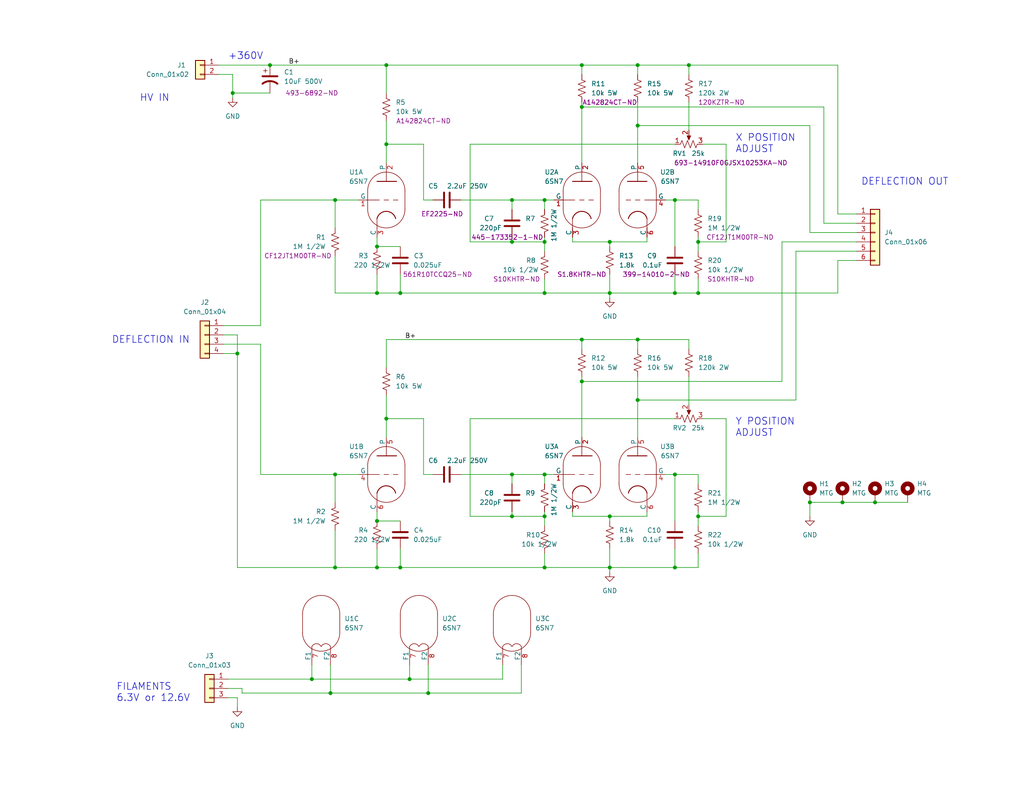
<source format=kicad_sch>
(kicad_sch (version 20211123) (generator eeschema)
  (paper "A")
  (title_block (title "X/Y Deflection amplifier") (rev "1.0") (company "UPCO Graphics Systems"))
  (lib_symbols
    (symbol "6SN7:6SN7" (pin_names (offset 0))
      (property "Reference" "U" (at 3.302 7.874 0))
      (property "Value" "6SN7" (at 8.89 -7.62 0))
      (symbol "6SN7_1_1"
        (pin input line (at -7.62 0 0) (length 2.54) (name "G") (number "1"))
        (pin output line (at 0 10.16 270) (length 2.54) (name "P") (number "2"))
        (pin bidirectional line (at -2.54 -10.16 90) (length 2.54) (name "C") (number "3"))
      )
      (symbol "6SN7_2_1"
        (pin input line (at -7.62 0 0) (length 2.54) (name "G") (number "4"))
        (pin output line (at 0 10.16 270) (length 2.54) (name "P") (number "5"))
        (pin bidirectional line (at -2.54 -10.16 90) (length 2.54) (name "C") (number "6"))
      )
      (symbol "6SN7_3_1"
        (pin power_in line (at -2.54 -11.43 90) (length 5.08) (name "F1") (number "7"))
        (pin power_in line (at 2.54 -11.43 90) (length 5.08) (name "F2") (number "8"))
      )
    )
    (symbol "6SN7_1" (pin_names (offset 0))
      (property "Reference" "U" (at 3.302 7.874 0))
      (property "Value" "6SN7_1" (at 8.89 -7.62 0))
      (symbol "6SN7_1_1_1"
        (pin input line (at -7.62 0 0) (length 2.54) (name "G") (number "1"))
        (pin output line (at 0 10.16 270) (length 2.54) (name "P") (number "2"))
        (pin bidirectional line (at -2.54 -10.16 90) (length 2.54) (name "C") (number "3"))
      )
      (symbol "6SN7_1_2_1"
        (pin input line (at -7.62 0 0) (length 2.54) (name "G") (number "4"))
        (pin output line (at 0 10.16 270) (length 2.54) (name "P") (number "5"))
        (pin bidirectional line (at -2.54 -10.16 90) (length 2.54) (name "C") (number "6"))
      )
      (symbol "6SN7_1_3_1"
        (pin power_in line (at -2.54 -11.43 90) (length 5.08) (name "F1") (number "7"))
        (pin power_in line (at 2.54 -11.43 90) (length 5.08) (name "F2") (number "8"))
      )
    )
    (symbol "6SN7_2" (pin_names (offset 0))
      (property "Reference" "U" (at 3.302 7.874 0))
      (property "Value" "6SN7_2" (at 8.89 -7.62 0))
      (symbol "6SN7_2_1_1"
        (pin input line (at -7.62 0 0) (length 2.54) (name "G") (number "1"))
        (pin output line (at 0 10.16 270) (length 2.54) (name "P") (number "2"))
        (pin bidirectional line (at -2.54 -10.16 90) (length 2.54) (name "C") (number "3"))
      )
      (symbol "6SN7_2_2_1"
        (pin input line (at -7.62 0 0) (length 2.54) (name "G") (number "4"))
        (pin output line (at 0 10.16 270) (length 2.54) (name "P") (number "5"))
        (pin bidirectional line (at -2.54 -10.16 90) (length 2.54) (name "C") (number "6"))
      )
      (symbol "6SN7_2_3_1"
        (pin power_in line (at -2.54 -11.43 90) (length 5.08) (name "F1") (number "7"))
        (pin power_in line (at 2.54 -11.43 90) (length 5.08) (name "F2") (number "8"))
      )
    )
    (symbol "6SN7_3" (pin_names (offset 0))
      (property "Reference" "U" (at 3.302 7.874 0))
      (property "Value" "6SN7_3" (at 8.89 -7.62 0))
      (symbol "6SN7_3_1_1"
        (pin input line (at -7.62 0 0) (length 2.54) (name "G") (number "1"))
        (pin output line (at 0 10.16 270) (length 2.54) (name "P") (number "2"))
        (pin bidirectional line (at -2.54 -10.16 90) (length 2.54) (name "C") (number "3"))
      )
      (symbol "6SN7_3_2_1"
        (pin input line (at -7.62 0 0) (length 2.54) (name "G") (number "4"))
        (pin output line (at 0 10.16 270) (length 2.54) (name "P") (number "5"))
        (pin bidirectional line (at -2.54 -10.16 90) (length 2.54) (name "C") (number "6"))
      )
      (symbol "6SN7_3_3_1"
        (pin power_in line (at -2.54 -11.43 90) (length 5.08) (name "F1") (number "7"))
        (pin power_in line (at 2.54 -11.43 90) (length 5.08) (name "F2") (number "8"))
      )
    )
    (symbol "6SN7_4" (pin_names (offset 0))
      (property "Reference" "U" (at 3.302 7.874 0))
      (property "Value" "6SN7_4" (at 8.89 -7.62 0))
      (symbol "6SN7_4_1_1"
        (pin input line (at -7.62 0 0) (length 2.54) (name "G") (number "1"))
        (pin output line (at 0 10.16 270) (length 2.54) (name "P") (number "2"))
        (pin bidirectional line (at -2.54 -10.16 90) (length 2.54) (name "C") (number "3"))
      )
      (symbol "6SN7_4_2_1"
        (pin input line (at -7.62 0 0) (length 2.54) (name "G") (number "4"))
        (pin output line (at 0 10.16 270) (length 2.54) (name "P") (number "5"))
        (pin bidirectional line (at -2.54 -10.16 90) (length 2.54) (name "C") (number "6"))
      )
      (symbol "6SN7_4_3_1"
        (pin power_in line (at -2.54 -11.43 90) (length 5.08) (name "F1") (number "7"))
        (pin power_in line (at 2.54 -11.43 90) (length 5.08) (name "F2") (number "8"))
      )
    )
    (symbol "6SN7_5" (pin_names (offset 0))
      (property "Reference" "U" (at 3.302 7.874 0))
      (property "Value" "6SN7_5" (at 8.89 -7.62 0))
      (symbol "6SN7_5_1_1"
        (pin input line (at -7.62 0 0) (length 2.54) (name "G") (number "1"))
        (pin output line (at 0 10.16 270) (length 2.54) (name "P") (number "2"))
        (pin bidirectional line (at -2.54 -10.16 90) (length 2.54) (name "C") (number "3"))
      )
      (symbol "6SN7_5_2_1"
        (pin input line (at -7.62 0 0) (length 2.54) (name "G") (number "4"))
        (pin output line (at 0 10.16 270) (length 2.54) (name "P") (number "5"))
        (pin bidirectional line (at -2.54 -10.16 90) (length 2.54) (name "C") (number "6"))
      )
      (symbol "6SN7_5_3_1"
        (pin power_in line (at -2.54 -11.43 90) (length 5.08) (name "F1") (number "7"))
        (pin power_in line (at 2.54 -11.43 90) (length 5.08) (name "F2") (number "8"))
      )
    )
    (symbol "6SN7_6" (pin_names (offset 0))
      (property "Reference" "U" (at 3.302 7.874 0))
      (property "Value" "6SN7_6" (at 8.89 -7.62 0))
      (symbol "6SN7_6_1_1"
        (pin input line (at -7.62 0 0) (length 2.54) (name "G") (number "1"))
        (pin output line (at 0 10.16 270) (length 2.54) (name "P") (number "2"))
        (pin bidirectional line (at -2.54 -10.16 90) (length 2.54) (name "C") (number "3"))
      )
      (symbol "6SN7_6_2_1"
        (pin input line (at -7.62 0 0) (length 2.54) (name "G") (number "4"))
        (pin output line (at 0 10.16 270) (length 2.54) (name "P") (number "5"))
        (pin bidirectional line (at -2.54 -10.16 90) (length 2.54) (name "C") (number "6"))
      )
      (symbol "6SN7_6_3_1"
        (pin power_in line (at -2.54 -11.43 90) (length 5.08) (name "F1") (number "7"))
        (pin power_in line (at 2.54 -11.43 90) (length 5.08) (name "F2") (number "8"))
      )
    )
    (symbol "6SN7_7" (pin_names (offset 0))
      (property "Reference" "U" (at 3.302 7.874 0))
      (property "Value" "6SN7_7" (at 8.89 -7.62 0))
      (symbol "6SN7_7_1_1"
        (pin input line (at -7.62 0 0) (length 2.54) (name "G") (number "1"))
        (pin output line (at 0 10.16 270) (length 2.54) (name "P") (number "2"))
        (pin bidirectional line (at -2.54 -10.16 90) (length 2.54) (name "C") (number "3"))
      )
      (symbol "6SN7_7_2_1"
        (pin input line (at -7.62 0 0) (length 2.54) (name "G") (number "4"))
        (pin output line (at 0 10.16 270) (length 2.54) (name "P") (number "5"))
        (pin bidirectional line (at -2.54 -10.16 90) (length 2.54) (name "C") (number "6"))
      )
      (symbol "6SN7_7_3_1"
        (pin power_in line (at -2.54 -11.43 90) (length 5.08) (name "F1") (number "7"))
        (pin power_in line (at 2.54 -11.43 90) (length 5.08) (name "F2") (number "8"))
      )
    )
    (symbol "6SN7_8" (pin_names (offset 0))
      (property "Reference" "U" (at 3.302 7.874 0))
      (property "Value" "6SN7_8" (at 8.89 -7.62 0))
      (symbol "6SN7_8_1_1"
        (pin input line (at -7.62 0 0) (length 2.54) (name "G") (number "1"))
        (pin output line (at 0 10.16 270) (length 2.54) (name "P") (number "2"))
        (pin bidirectional line (at -2.54 -10.16 90) (length 2.54) (name "C") (number "3"))
      )
      (symbol "6SN7_8_2_1"
        (pin input line (at -7.62 0 0) (length 2.54) (name "G") (number "4"))
        (pin output line (at 0 10.16 270) (length 2.54) (name "P") (number "5"))
        (pin bidirectional line (at -2.54 -10.16 90) (length 2.54) (name "C") (number "6"))
      )
      (symbol "6SN7_8_3_1"
        (pin power_in line (at -2.54 -11.43 90) (length 5.08) (name "F1") (number "7"))
        (pin power_in line (at 2.54 -11.43 90) (length 5.08) (name "F2") (number "8"))
      )
    )
    (symbol "Connector_Generic:Conn_01x02" (pin_names (offset 1.016) hide)
      (property "Reference" "J" (at 0 2.54 0))
      (property "Value" "Conn_01x02" (at 0 -5.08 0))
      (symbol "Conn_01x02_1_1"
        (pin passive line (at -5.08 0 0) (length 3.81) (name "Pin_1") (number "1"))
        (pin passive line (at -5.08 -2.54 0) (length 3.81) (name "Pin_2") (number "2"))
      )
    )
    (symbol "Connector_Generic:Conn_01x03" (pin_names (offset 1.016) hide)
      (property "Reference" "J" (at 0 5.08 0))
      (property "Value" "Conn_01x03" (at 0 -5.08 0))
      (symbol "Conn_01x03_1_1"
        (pin passive line (at -5.08 2.54 0) (length 3.81) (name "Pin_1") (number "1"))
        (pin passive line (at -5.08 0 0) (length 3.81) (name "Pin_2") (number "2"))
        (pin passive line (at -5.08 -2.54 0) (length 3.81) (name "Pin_3") (number "3"))
      )
    )
    (symbol "Connector_Generic:Conn_01x04" (pin_names (offset 1.016) hide)
      (property "Reference" "J" (at 0 5.08 0))
      (property "Value" "Conn_01x04" (at 0 -7.62 0))
      (symbol "Conn_01x04_1_1"
        (pin passive line (at -5.08 2.54 0) (length 3.81) (name "Pin_1") (number "1"))
        (pin passive line (at -5.08 0 0) (length 3.81) (name "Pin_2") (number "2"))
        (pin passive line (at -5.08 -2.54 0) (length 3.81) (name "Pin_3") (number "3"))
        (pin passive line (at -5.08 -5.08 0) (length 3.81) (name "Pin_4") (number "4"))
      )
    )
    (symbol "Connector_Generic:Conn_01x06" (pin_names (offset 1.016) hide)
      (property "Reference" "J" (at 0 7.62 0))
      (property "Value" "Conn_01x06" (at 0 -10.16 0))
      (symbol "Conn_01x06_1_1"
        (pin passive line (at -5.08 5.08 0) (length 3.81) (name "Pin_1") (number "1"))
        (pin passive line (at -5.08 2.54 0) (length 3.81) (name "Pin_2") (number "2"))
        (pin passive line (at -5.08 0 0) (length 3.81) (name "Pin_3") (number "3"))
        (pin passive line (at -5.08 -2.54 0) (length 3.81) (name "Pin_4") (number "4"))
        (pin passive line (at -5.08 -5.08 0) (length 3.81) (name "Pin_5") (number "5"))
        (pin passive line (at -5.08 -7.62 0) (length 3.81) (name "Pin_6") (number "6"))
      )
    )
    (symbol "Device:C" (pin_numbers hide) (pin_names (offset 0.254))
      (property "Reference" "C" (at 0.635 2.54 0))
      (property "Value" "C" (at 0.635 -2.54 0))
      (symbol "C_1_1"
        (pin passive line (at 0 3.81 270) (length 2.794) (name "~") (number "1"))
        (pin passive line (at 0 -3.81 90) (length 2.794) (name "~") (number "2"))
      )
    )
    (symbol "Device:C_Polarized_US" (pin_numbers hide) (pin_names (offset 0.254) hide)
      (property "Reference" "C" (at 0.635 2.54 0))
      (property "Value" "C_Polarized_US" (at 0.635 -2.54 0))
      (symbol "C_Polarized_US_1_1"
        (pin passive line (at 0 3.81 270) (length 2.794) (name "~") (number "1"))
        (pin passive line (at 0 -3.81 90) (length 3.302) (name "~") (number "2"))
      )
    )
    (symbol "Device:R_Potentiometer_US" (pin_names (offset 1.016) hide)
      (property "Reference" "RV" (at -4.445 0 90))
      (property "Value" "R_Potentiometer_US" (at -2.54 0 90))
      (symbol "R_Potentiometer_US_1_1"
        (pin passive line (at 0 3.81 270) (length 1.27) (name "1") (number "1"))
        (pin passive line (at 3.81 0 180) (length 1.27) (name "2") (number "2"))
        (pin passive line (at 0 -3.81 90) (length 1.27) (name "3") (number "3"))
      )
    )
    (symbol "Device:R_US" (pin_numbers hide) (pin_names (offset 0))
      (property "Reference" "R" (at 2.54 0 90))
      (property "Value" "R_US" (at -2.54 0 90))
      (symbol "R_US_1_1"
        (pin passive line (at 0 3.81 270) (length 1.27) (name "~") (number "1"))
        (pin passive line (at 0 -3.81 90) (length 1.27) (name "~") (number "2"))
      )
    )
    (symbol "Mechanical:MountingHole_Pad" (pin_numbers hide) (pin_names (offset 1.016) hide)
      (property "Reference" "H" (at 0 6.35 0))
      (property "Value" "MountingHole_Pad" (at 0 4.445 0))
      (symbol "MountingHole_Pad_1_1"
        (pin input line (at 0 -2.54 90) (length 2.54) (name "1") (number "1"))
      )
    )
    (symbol "power:GND" (power) (pin_names (offset 0))
      (property "Value" "GND" (at 0 -3.81 0))
      (symbol "GND_1_1"
        (pin power_in line (at 0 0 270) (length 0) hide (name "GND") (number "1"))
      )
    )
  )
  (junction (at 166.37 154.94))
  (junction (at 139.7 54.61))
  (junction (at 148.59 66.04))
  (junction (at 111.76 185.42))
  (junction (at 238.76 137.16))
  (junction (at 190.5 80.01))
  (junction (at 105.41 39.37))
  (junction (at 184.15 129.54))
  (junction (at 139.7 66.04))
  (junction (at 102.87 154.94))
  (junction (at 220.98 137.16))
  (junction (at 166.37 66.04))
  (junction (at 102.87 80.01))
  (junction (at 158.75 29.21))
  (junction (at 184.15 54.61))
  (junction (at 116.84 189.23))
  (junction (at 173.99 34.29))
  (junction (at 166.37 140.97))
  (junction (at 158.75 92.71))
  (junction (at 184.15 80.01))
  (junction (at 158.75 17.78))
  (junction (at 73.66 17.78))
  (junction (at 91.44 154.94))
  (junction (at 109.22 80.01))
  (junction (at 173.99 17.78))
  (junction (at 139.7 129.54))
  (junction (at 148.59 80.01))
  (junction (at 109.22 154.94))
  (junction (at 173.99 109.22))
  (junction (at 105.41 17.78))
  (junction (at 148.59 129.54))
  (junction (at 105.41 114.3))
  (junction (at 102.87 142.24))
  (junction (at 102.87 67.31))
  (junction (at 229.87 137.16))
  (junction (at 148.59 54.61))
  (junction (at 190.5 140.97))
  (junction (at 148.59 154.94))
  (junction (at 90.17 189.23))
  (junction (at 85.09 185.42))
  (junction (at 91.44 129.54))
  (junction (at 158.75 104.14))
  (junction (at 139.7 140.97))
  (junction (at 148.59 140.97))
  (junction (at 190.5 66.04))
  (junction (at 64.77 96.52))
  (junction (at 187.96 17.78))
  (junction (at 173.99 92.71))
  (junction (at 166.37 80.01))
  (junction (at 91.44 54.61))
  (junction (at 63.5 25.4))
  (junction (at 184.15 154.94))
  (wire (pts (xy 187.96 17.78) (xy 228.6 17.78)))
  (wire (pts (xy 137.16 185.42) (xy 137.16 181.61)))
  (wire (pts (xy 125.73 129.54) (xy 139.7 129.54)))
  (wire (pts (xy 64.77 91.44) (xy 64.77 96.52)))
  (wire (pts (xy 156.21 66.04) (xy 166.37 66.04)))
  (wire (pts (xy 228.6 71.12) (xy 233.68 71.12)))
  (wire (pts (xy 71.12 88.9) (xy 71.12 54.61)))
  (wire (pts (xy 220.98 137.16) (xy 220.98 140.97)))
  (wire (pts (xy 181.61 54.61) (xy 184.15 54.61)))
  (wire (pts (xy 115.57 54.61) (xy 115.57 39.37)))
  (wire (pts (xy 139.7 129.54) (xy 148.59 129.54)))
  (wire (pts (xy 64.77 190.5) (xy 64.77 193.04)))
  (wire (pts (xy 139.7 64.77) (xy 139.7 66.04)))
  (wire (pts (xy 102.87 64.77) (xy 102.87 67.31)))
  (wire (pts (xy 118.11 54.61) (xy 115.57 54.61)))
  (wire (pts (xy 62.23 190.5) (xy 64.77 190.5)))
  (wire (pts (xy 166.37 80.01) (xy 166.37 81.28)))
  (wire (pts (xy 173.99 109.22) (xy 173.99 119.38)))
  (wire (pts (xy 60.96 93.98) (xy 71.12 93.98)))
  (wire (pts (xy 190.5 80.01) (xy 184.15 80.01)))
  (wire (pts (xy 184.15 149.86) (xy 184.15 154.94)))
  (wire (pts (xy 148.59 54.61) (xy 148.59 57.15)))
  (wire (pts (xy 173.99 17.78) (xy 173.99 20.32)))
  (wire (pts (xy 158.75 104.14) (xy 213.36 104.14)))
  (wire (pts (xy 60.96 96.52) (xy 64.77 96.52)))
  (wire (pts (xy 109.22 74.93) (xy 109.22 80.01)))
  (wire (pts (xy 139.7 132.08) (xy 139.7 129.54)))
  (wire (pts (xy 97.79 54.61) (xy 91.44 54.61)))
  (wire (pts (xy 220.98 137.16) (xy 229.87 137.16)))
  (wire (pts (xy 105.41 33.02) (xy 105.41 39.37)))
  (wire (pts (xy 156.21 140.97) (xy 166.37 140.97)))
  (wire (pts (xy 220.98 34.29) (xy 220.98 63.5)))
  (wire (pts (xy 148.59 139.7) (xy 148.59 140.97)))
  (wire (pts (xy 158.75 92.71) (xy 173.99 92.71)))
  (wire (pts (xy 71.12 129.54) (xy 91.44 129.54)))
  (wire (pts (xy 173.99 34.29) (xy 173.99 44.45)))
  (wire (pts (xy 228.6 80.01) (xy 228.6 71.12)))
  (wire (pts (xy 128.27 66.04) (xy 128.27 39.37)))
  (wire (pts (xy 184.15 54.61) (xy 184.15 67.31)))
  (wire (pts (xy 91.44 54.61) (xy 91.44 62.23)))
  (wire (pts (xy 190.5 129.54) (xy 190.5 132.08)))
  (wire (pts (xy 109.22 154.94) (xy 148.59 154.94)))
  (wire (pts (xy 176.53 66.04) (xy 176.53 64.77)))
  (wire (pts (xy 228.6 17.78) (xy 228.6 58.42)))
  (wire (pts (xy 115.57 129.54) (xy 115.57 114.3)))
  (wire (pts (xy 125.73 54.61) (xy 139.7 54.61)))
  (wire (pts (xy 198.12 66.04) (xy 190.5 66.04)))
  (wire (pts (xy 181.61 129.54) (xy 184.15 129.54)))
  (wire (pts (xy 148.59 151.13) (xy 148.59 154.94)))
  (wire (pts (xy 158.75 92.71) (xy 158.75 95.25)))
  (wire (pts (xy 184.15 154.94) (xy 166.37 154.94)))
  (wire (pts (xy 228.6 58.42) (xy 233.68 58.42)))
  (wire (pts (xy 158.75 17.78) (xy 158.75 20.32)))
  (wire (pts (xy 166.37 74.93) (xy 166.37 80.01)))
  (wire (pts (xy 148.59 66.04) (xy 148.59 68.58)))
  (wire (pts (xy 158.75 17.78) (xy 173.99 17.78)))
  (wire (pts (xy 190.5 139.7) (xy 190.5 140.97)))
  (wire (pts (xy 105.41 17.78) (xy 158.75 17.78)))
  (wire (pts (xy 91.44 69.85) (xy 91.44 80.01)))
  (wire (pts (xy 166.37 140.97) (xy 176.53 140.97)))
  (wire (pts (xy 198.12 114.3) (xy 198.12 140.97)))
  (wire (pts (xy 238.76 137.16) (xy 247.65 137.16)))
  (wire (pts (xy 128.27 39.37) (xy 184.15 39.37)))
  (wire (pts (xy 91.44 80.01) (xy 102.87 80.01)))
  (wire (pts (xy 109.22 149.86) (xy 109.22 154.94)))
  (wire (pts (xy 102.87 149.86) (xy 102.87 154.94)))
  (wire (pts (xy 148.59 54.61) (xy 151.13 54.61)))
  (wire (pts (xy 102.87 139.7) (xy 102.87 142.24)))
  (wire (pts (xy 109.22 80.01) (xy 148.59 80.01)))
  (wire (pts (xy 91.44 144.78) (xy 91.44 154.94)))
  (wire (pts (xy 139.7 140.97) (xy 128.27 140.97)))
  (wire (pts (xy 190.5 64.77) (xy 190.5 66.04)))
  (wire (pts (xy 158.75 27.94) (xy 158.75 29.21)))
  (wire (pts (xy 97.79 129.54) (xy 91.44 129.54)))
  (wire (pts (xy 190.5 80.01) (xy 228.6 80.01)))
  (wire (pts (xy 173.99 92.71) (xy 173.99 95.25)))
  (wire (pts (xy 213.36 104.14) (xy 213.36 66.04)))
  (wire (pts (xy 85.09 181.61) (xy 85.09 185.42)))
  (wire (pts (xy 187.96 102.87) (xy 187.96 110.49)))
  (wire (pts (xy 190.5 151.13) (xy 190.5 154.94)))
  (wire (pts (xy 91.44 129.54) (xy 91.44 137.16)))
  (wire (pts (xy 173.99 109.22) (xy 217.17 109.22)))
  (wire (pts (xy 220.98 63.5) (xy 233.68 63.5)))
  (wire (pts (xy 217.17 68.58) (xy 233.68 68.58)))
  (wire (pts (xy 176.53 140.97) (xy 176.53 139.7)))
  (wire (pts (xy 229.87 137.16) (xy 238.76 137.16)))
  (wire (pts (xy 224.79 29.21) (xy 224.79 60.96)))
  (wire (pts (xy 166.37 66.04) (xy 166.37 67.31)))
  (wire (pts (xy 198.12 39.37) (xy 198.12 66.04)))
  (wire (pts (xy 139.7 57.15) (xy 139.7 54.61)))
  (wire (pts (xy 173.99 92.71) (xy 187.96 92.71)))
  (wire (pts (xy 190.5 66.04) (xy 190.5 68.58)))
  (wire (pts (xy 102.87 142.24) (xy 109.22 142.24)))
  (wire (pts (xy 158.75 104.14) (xy 158.75 119.38)))
  (wire (pts (xy 60.96 91.44) (xy 64.77 91.44)))
  (wire (pts (xy 91.44 154.94) (xy 102.87 154.94)))
  (wire (pts (xy 166.37 66.04) (xy 176.53 66.04)))
  (wire (pts (xy 190.5 54.61) (xy 190.5 57.15)))
  (wire (pts (xy 115.57 39.37) (xy 105.41 39.37)))
  (wire (pts (xy 224.79 60.96) (xy 233.68 60.96)))
  (wire (pts (xy 111.76 185.42) (xy 111.76 181.61)))
  (wire (pts (xy 184.15 74.93) (xy 184.15 80.01)))
  (wire (pts (xy 173.99 102.87) (xy 173.99 109.22)))
  (wire (pts (xy 139.7 139.7) (xy 139.7 140.97)))
  (wire (pts (xy 148.59 76.2) (xy 148.59 80.01)))
  (wire (pts (xy 63.5 20.32) (xy 59.69 20.32)))
  (wire (pts (xy 142.24 181.61) (xy 142.24 189.23)))
  (wire (pts (xy 156.21 139.7) (xy 156.21 140.97)))
  (wire (pts (xy 60.96 88.9) (xy 71.12 88.9)))
  (wire (pts (xy 166.37 140.97) (xy 166.37 142.24)))
  (wire (pts (xy 105.41 92.71) (xy 105.41 100.33)))
  (wire (pts (xy 156.21 64.77) (xy 156.21 66.04)))
  (wire (pts (xy 191.77 114.3) (xy 198.12 114.3)))
  (wire (pts (xy 62.23 185.42) (xy 85.09 185.42)))
  (wire (pts (xy 73.66 17.78) (xy 105.41 17.78)))
  (wire (pts (xy 90.17 189.23) (xy 90.17 181.61)))
  (wire (pts (xy 64.77 96.52) (xy 64.77 154.94)))
  (wire (pts (xy 59.69 17.78) (xy 73.66 17.78)))
  (wire (pts (xy 128.27 140.97) (xy 128.27 114.3)))
  (wire (pts (xy 105.41 17.78) (xy 105.41 25.4)))
  (wire (pts (xy 166.37 154.94) (xy 166.37 156.21)))
  (wire (pts (xy 148.59 64.77) (xy 148.59 66.04)))
  (wire (pts (xy 66.04 189.23) (xy 90.17 189.23)))
  (wire (pts (xy 115.57 114.3) (xy 105.41 114.3)))
  (wire (pts (xy 158.75 102.87) (xy 158.75 104.14)))
  (wire (pts (xy 148.59 129.54) (xy 151.13 129.54)))
  (wire (pts (xy 139.7 54.61) (xy 148.59 54.61)))
  (wire (pts (xy 198.12 140.97) (xy 190.5 140.97)))
  (wire (pts (xy 148.59 140.97) (xy 148.59 143.51)))
  (wire (pts (xy 139.7 140.97) (xy 148.59 140.97)))
  (wire (pts (xy 105.41 107.95) (xy 105.41 114.3)))
  (wire (pts (xy 102.87 154.94) (xy 109.22 154.94)))
  (wire (pts (xy 139.7 66.04) (xy 128.27 66.04)))
  (wire (pts (xy 85.09 185.42) (xy 111.76 185.42)))
  (wire (pts (xy 71.12 93.98) (xy 71.12 129.54)))
  (wire (pts (xy 118.11 129.54) (xy 115.57 129.54)))
  (wire (pts (xy 158.75 29.21) (xy 158.75 44.45)))
  (wire (pts (xy 142.24 189.23) (xy 116.84 189.23)))
  (wire (pts (xy 190.5 154.94) (xy 184.15 154.94)))
  (wire (pts (xy 63.5 26.67) (xy 63.5 25.4)))
  (wire (pts (xy 184.15 129.54) (xy 190.5 129.54)))
  (wire (pts (xy 184.15 129.54) (xy 184.15 142.24)))
  (wire (pts (xy 217.17 109.22) (xy 217.17 68.58)))
  (wire (pts (xy 190.5 76.2) (xy 190.5 80.01)))
  (wire (pts (xy 187.96 92.71) (xy 187.96 95.25)))
  (wire (pts (xy 102.87 67.31) (xy 109.22 67.31)))
  (wire (pts (xy 187.96 27.94) (xy 187.96 35.56)))
  (wire (pts (xy 184.15 54.61) (xy 190.5 54.61)))
  (wire (pts (xy 139.7 66.04) (xy 148.59 66.04)))
  (wire (pts (xy 102.87 80.01) (xy 109.22 80.01)))
  (wire (pts (xy 187.96 17.78) (xy 187.96 20.32)))
  (wire (pts (xy 105.41 114.3) (xy 105.41 119.38)))
  (wire (pts (xy 66.04 187.96) (xy 66.04 189.23)))
  (wire (pts (xy 102.87 74.93) (xy 102.87 80.01)))
  (wire (pts (xy 62.23 187.96) (xy 66.04 187.96)))
  (wire (pts (xy 105.41 39.37) (xy 105.41 44.45)))
  (wire (pts (xy 148.59 154.94) (xy 166.37 154.94)))
  (wire (pts (xy 105.41 92.71) (xy 158.75 92.71)))
  (wire (pts (xy 63.5 25.4) (xy 63.5 20.32)))
  (wire (pts (xy 166.37 149.86) (xy 166.37 154.94)))
  (wire (pts (xy 184.15 80.01) (xy 166.37 80.01)))
  (wire (pts (xy 64.77 154.94) (xy 91.44 154.94)))
  (wire (pts (xy 148.59 129.54) (xy 148.59 132.08)))
  (wire (pts (xy 116.84 189.23) (xy 90.17 189.23)))
  (wire (pts (xy 191.77 39.37) (xy 198.12 39.37)))
  (wire (pts (xy 213.36 66.04) (xy 233.68 66.04)))
  (wire (pts (xy 128.27 114.3) (xy 184.15 114.3)))
  (wire (pts (xy 190.5 140.97) (xy 190.5 143.51)))
  (wire (pts (xy 116.84 189.23) (xy 116.84 181.61)))
  (wire (pts (xy 173.99 34.29) (xy 220.98 34.29)))
  (wire (pts (xy 158.75 29.21) (xy 224.79 29.21)))
  (wire (pts (xy 173.99 17.78) (xy 187.96 17.78)))
  (wire (pts (xy 71.12 54.61) (xy 91.44 54.61)))
  (wire (pts (xy 111.76 185.42) (xy 137.16 185.42)))
  (wire (pts (xy 173.99 27.94) (xy 173.99 34.29)))
  (wire (pts (xy 63.5 25.4) (xy 73.66 25.4)))
  (wire (pts (xy 148.59 80.01) (xy 166.37 80.01)))
  (text "FILAMENTS\n6.3V or 12.6V" (at 31.75 191.77 0) (effects (font (size 1.905 1.905)) (justify left bottom)))
  (text "DEFLECTION IN" (at 30.48 93.98 0) (effects (font (size 1.905 1.905)) (justify left bottom)))
  (text "DEFLECTION OUT" (at 234.95 50.8 0) (effects (font (size 1.905 1.905)) (justify left bottom)))
  (text "Y POSITION\nADJUST" (at 200.66 119.38 0) (effects (font (size 1.905 1.905)) (justify left bottom)))
  (text "+360V" (at 62.23 16.51 0) (effects (font (size 1.905 1.905)) (justify left bottom)))
  (text "X POSITION\nADJUST" (at 200.66 41.91 0) (effects (font (size 1.905 1.905)) (justify left bottom)))
  (text "HV IN" (at 38.1 27.94 0) (effects (font (size 1.905 1.905)) (justify left bottom)))
  (label "B+" (at 110.49 92.71 0))
  (label "B+" (at 78.74 17.78 0))
  (symbol (lib_name "6SN7_7") (lib_id "6SN7:6SN7") (at 173.99 54.61 0) (mirror y) (unit 2)
    (property "Reference" "U2" (at 184.15 46.99 0) (effects (justify left)))
    (property "Value" "6SN7" (at 185.42 49.53 0) (effects (justify left)))
    (property "Footprint" "Octal_Sockets:AES-P-ST8-193" (effects hide))
    (property "Datasheet" "http://www.r-type.org/pdfs/ecc81.pdf" (effects hide))
    (property "CatNo" "AES P-ST8-193" (effects hide))
  )
  (symbol (lib_name "6SN7_3") (lib_id "6SN7:6SN7") (at 87.63 170.18 0) (unit 3)
    (property "Reference" "U1" (at 93.98 168.9099 0) (effects (justify left)))
    (property "Value" "6SN7" (at 93.98 171.4499 0) (effects (justify left)))
    (property "Footprint" "Octal_Sockets:AES-P-ST8-193" (effects hide))
    (property "Datasheet" "http://www.r-type.org/pdfs/ecc81.pdf" (effects hide))
    (property "CatNo" "AES P-ST8-193" (effects hide))
  )
  (symbol (lib_id "Device:R_US") (at 148.59 60.96 0) (mirror x) (unit 1)
    (property "Reference" "R7" (at 146.05 59.6899 0) (effects (justify right)))
    (property "Value" "1M 1/2W" (at 151.13 66.04 90) (effects (justify right)))
    (property "Footprint" "Resistor_THT:R_Axial_DIN0309_L9.0mm_D3.2mm_P12.70mm_Horizontal" (effects hide))
    (property "CatNo" "CF12JT1M00TR-ND" (effects hide))
  )
  (symbol (lib_id "Device:C") (at 121.92 129.54 90) (mirror x) (unit 1)
    (property "Reference" "C6" (at 116.84 125.73 90) (effects (justify right)))
    (property "Value" "2.2uF 250V" (at 121.92 125.73 90) (effects (justify right)))
    (property "Footprint" "Capacitor_THT:C_Rect_L26.5mm_W8.5mm_P22.50mm_MKS4" (effects hide))
    (property "CatNo" "EF2225-ND" (effects hide))
  )
  (symbol (lib_id "Connector_Generic:Conn_01x06") (at 238.76 63.5 0) (unit 1)
    (property "Reference" "J4" (at 241.3 63.4999 0) (effects (justify left)))
    (property "Value" "Conn_01x06" (at 241.3 66.0399 0) (effects (justify left)))
    (property "Footprint" "Connector_PinHeader_2.54mm:PinHeader_1x06_P2.54mm_Vertical" (effects hide))
  )
  (symbol (lib_id "Device:C_Polarized_US") (at 73.66 21.59 0) (unit 1)
    (property "Reference" "C1" (at 77.47 19.6849 0) (effects (justify left)))
    (property "Value" "10uF 500V" (at 77.47 22.2249 0) (effects (justify left)))
    (property "Footprint" "Capacitor_THT:CP_Radial_D12.5mm_P5.00mm" (effects hide))
    (property "CatNo" "493-6892-ND" (at 85.09 25.4 0))
  )
  (symbol (lib_id "Device:R_US") (at 91.44 66.04 0) (mirror x) (unit 1)
    (property "Reference" "R1" (at 88.9 64.7699 0) (effects (justify right)))
    (property "Value" "1M 1/2W" (at 88.9 67.3099 0) (effects (justify right)))
    (property "Footprint" "Resistor_THT:R_Axial_DIN0309_L9.0mm_D3.2mm_P12.70mm_Horizontal" (effects hide))
    (property "CatNo" "CF12JT1M00TR-ND" (at 81.28 69.85 0))
  )
  (symbol (lib_name "6SN7_6") (lib_id "6SN7:6SN7") (at 158.75 54.61 0) (unit 1)
    (property "Reference" "U2" (at 148.59 46.99 0) (effects (justify left)))
    (property "Value" "6SN7" (at 148.59 49.53 0) (effects (justify left)))
    (property "Footprint" "Octal_Sockets:AES-P-ST8-193" (effects hide))
    (property "Datasheet" "http://www.r-type.org/pdfs/ecc81.pdf" (effects hide))
    (property "CatNo" "AES P-ST8-193" (effects hide))
  )
  (symbol (lib_id "Device:R_US") (at 190.5 72.39 0) (unit 1)
    (property "Reference" "R20" (at 193.04 71.1199 0) (effects (justify left)))
    (property "Value" "10k 1/2W" (at 193.04 73.6599 0) (effects (justify left)))
    (property "Footprint" "Resistor_THT:R_Axial_DIN0309_L9.0mm_D3.2mm_P12.70mm_Horizontal" (effects hide))
    (property "CatNo" "S10KHTR-ND" (at 199.39 76.2 0))
  )
  (symbol (lib_id "Device:R_US") (at 91.44 140.97 0) (mirror x) (unit 1)
    (property "Reference" "R2" (at 88.9 139.6999 0) (effects (justify right)))
    (property "Value" "1M 1/2W" (at 88.9 142.2399 0) (effects (justify right)))
    (property "Footprint" "Resistor_THT:R_Axial_DIN0309_L9.0mm_D3.2mm_P12.70mm_Horizontal" (effects hide))
    (property "CatNo" "CF12JT1M00TR-ND" (effects hide))
  )
  (symbol (lib_id "power:GND") (at 64.77 193.04 0) (unit 1)
    (property "Reference" "#PWR0101" (effects hide))
    (property "Value" "GND" (at 64.77 198.12 0))
  )
  (symbol (lib_id "Connector_Generic:Conn_01x04") (at 55.88 91.44 0) (mirror y) (unit 1)
    (property "Reference" "J2" (at 55.88 82.55 0))
    (property "Value" "Conn_01x04" (at 55.88 85.09 0))
    (property "Footprint" "Connector_PinHeader_2.54mm:PinHeader_1x04_P2.54mm_Vertical" (effects hide))
  )
  (symbol (lib_id "Device:R_US") (at 190.5 147.32 0) (unit 1)
    (property "Reference" "R22" (at 193.04 146.0499 0) (effects (justify left)))
    (property "Value" "10k 1/2W" (at 193.04 148.5899 0) (effects (justify left)))
    (property "Footprint" "Resistor_THT:R_Axial_DIN0309_L9.0mm_D3.2mm_P12.70mm_Horizontal" (effects hide))
    (property "CatNo" "S10KHTR-ND" (effects hide))
  )
  (symbol (lib_name "6SN7_8") (lib_id "6SN7:6SN7") (at 158.75 129.54 0) (unit 1)
    (property "Reference" "U3" (at 148.59 121.92 0) (effects (justify left)))
    (property "Value" "6SN7" (at 148.59 124.46 0) (effects (justify left)))
    (property "Footprint" "Octal_Sockets:AES-P-ST8-193" (effects hide))
    (property "Datasheet" "http://www.r-type.org/pdfs/ecc81.pdf" (effects hide))
    (property "CatNo" "AES P-ST8-193" (effects hide))
  )
  (symbol (lib_id "Device:C") (at 109.22 71.12 0) (unit 1)
    (property "Reference" "C3" (at 115.57 69.85 0) (effects (justify right)))
    (property "Value" "0.025uF" (at 120.65 72.39 0) (effects (justify right)))
    (property "Footprint" "HV_Ceramic_Cap:Cap-Disc-D7.4-P6.4" (effects hide))
    (property "CatNo" "561R10TCCQ25-ND" (at 119.38 74.93 0))
  )
  (symbol (lib_id "power:GND") (at 63.5 26.67 0) (unit 1)
    (property "Reference" "#PWR0102" (effects hide))
    (property "Value" "GND" (at 63.5 31.75 0))
  )
  (symbol (lib_id "Device:R_Potentiometer_US") (at 187.96 39.37 90) (unit 1)
    (property "Reference" "RV1" (at 185.42 41.91 90))
    (property "Value" "25k" (at 190.5 41.91 90))
    (property "Footprint" "Vishay_Pot_148:Potentiometer_Vishay_148-149_Single_Horizontal" (effects hide))
    (property "CatNo" "693-14910F0GJSX10253KA-ND" (at 199.39 44.45 90))
  )
  (symbol (lib_id "Mechanical:MountingHole_Pad") (at 220.98 134.62 0) (unit 1)
    (property "Reference" "H1" (at 223.52 132.0799 0) (effects (justify left)))
    (property "Value" "MTG" (at 223.52 134.6199 0) (effects (justify left)))
    (property "Footprint" "MountingHole:MountingHole_4.5mm_Pad" (effects hide))
  )
  (symbol (lib_id "Device:R_US") (at 102.87 71.12 0) (mirror y) (unit 1)
    (property "Reference" "R3" (at 97.79 69.85 0) (effects (justify right)))
    (property "Value" "220 1/2W" (at 96.52 72.39 0) (effects (justify right)))
    (property "Footprint" "Resistor_THT:R_Axial_DIN0309_L9.0mm_D3.2mm_P12.70mm_Horizontal" (effects hide))
    (property "CatNo" "S220HTR-ND" (effects hide))
  )
  (symbol (lib_id "Device:R_US") (at 102.87 146.05 0) (mirror y) (unit 1)
    (property "Reference" "R4" (at 97.79 144.78 0) (effects (justify right)))
    (property "Value" "220 1/2W" (at 96.52 147.32 0) (effects (justify right)))
    (property "Footprint" "Resistor_THT:R_Axial_DIN0309_L9.0mm_D3.2mm_P12.70mm_Horizontal" (effects hide))
    (property "CatNo" "S220HTR-ND" (effects hide))
  )
  (symbol (lib_id "Device:R_US") (at 148.59 72.39 0) (mirror y) (unit 1)
    (property "Reference" "R8" (at 143.51 71.12 0) (effects (justify right)))
    (property "Value" "10k 1/2W" (at 137.16 73.66 0) (effects (justify right)))
    (property "Footprint" "Resistor_THT:R_Axial_DIN0309_L9.0mm_D3.2mm_P12.70mm_Horizontal" (effects hide))
    (property "CatNo" "S10KHTR-ND" (at 140.97 76.2 0))
  )
  (symbol (lib_id "Device:R_US") (at 190.5 60.96 0) (unit 1)
    (property "Reference" "R19" (at 193.04 59.6899 0) (effects (justify left)))
    (property "Value" "1M 1/2W" (at 193.04 62.2299 0) (effects (justify left)))
    (property "Footprint" "Resistor_THT:R_Axial_DIN0309_L9.0mm_D3.2mm_P12.70mm_Horizontal" (effects hide))
    (property "CatNo" "CF12JT1M00TR-ND" (at 201.93 64.77 0))
  )
  (symbol (lib_id "Device:C") (at 109.22 146.05 0) (unit 1)
    (property "Reference" "C4" (at 115.57 144.78 0) (effects (justify right)))
    (property "Value" "0.025uF" (at 120.65 147.32 0) (effects (justify right)))
    (property "Footprint" "HV_Ceramic_Cap:Cap-Disc-D7.4-P6.4" (effects hide))
    (property "CatNo" "561R10TCCQ25-ND" (effects hide))
  )
  (symbol (lib_id "Device:R_US") (at 187.96 24.13 0) (unit 1)
    (property "Reference" "R17" (at 190.5 22.8599 0) (effects (justify left)))
    (property "Value" "120k 2W" (at 190.5 25.3999 0) (effects (justify left)))
    (property "Footprint" "Resistor_THT:R_Axial_DIN0309_L9.0mm_D3.2mm_P12.70mm_Horizontal" (effects hide))
    (property "CatNo" "120KZTR-ND" (at 196.85 27.94 0))
  )
  (symbol (lib_id "Device:R_US") (at 166.37 146.05 0) (unit 1)
    (property "Reference" "R14" (at 168.91 144.7799 0) (effects (justify left)))
    (property "Value" "1.8k" (at 168.91 147.3199 0) (effects (justify left)))
    (property "Footprint" "Resistor_THT:R_Axial_DIN0309_L9.0mm_D3.2mm_P12.70mm_Horizontal" (effects hide))
    (property "CatNo" "S1.8KHTR-ND" (effects hide))
  )
  (symbol (lib_id "Device:C") (at 184.15 71.12 0) (mirror y) (unit 1)
    (property "Reference" "C9" (at 176.53 69.85 0) (effects (justify right)))
    (property "Value" "0.1uF" (at 175.26 72.39 0) (effects (justify right)))
    (property "Footprint" "Capacitor_THT:C_Disc_D3.8mm_W2.6mm_P2.50mm" (effects hide))
    (property "CatNo" "399-14010-2-ND" (at 179.07 74.93 0))
  )
  (symbol (lib_id "Device:R_US") (at 148.59 135.89 0) (mirror x) (unit 1)
    (property "Reference" "R9" (at 146.05 134.6199 0) (effects (justify right)))
    (property "Value" "1M 1/2W" (at 151.13 140.97 90) (effects (justify right)))
    (property "Footprint" "Resistor_THT:R_Axial_DIN0309_L9.0mm_D3.2mm_P12.70mm_Horizontal" (effects hide))
    (property "CatNo" "CF12JT1M00TR-ND" (effects hide))
  )
  (symbol (lib_id "Device:R_US") (at 173.99 99.06 0) (unit 1)
    (property "Reference" "R16" (at 176.53 97.7899 0) (effects (justify left)))
    (property "Value" "10k 5W" (at 176.53 100.3299 0) (effects (justify left)))
    (property "Footprint" "Resistor_THT:R_Axial_DIN0617_L17.0mm_D6.0mm_P25.40mm_Horizontal" (effects hide))
    (property "CatNo" "A142824CT-ND" (effects hide))
  )
  (symbol (lib_id "Mechanical:MountingHole_Pad") (at 238.76 134.62 0) (unit 1)
    (property "Reference" "H3" (at 241.3 132.0799 0) (effects (justify left)))
    (property "Value" "MTG" (at 241.3 134.6199 0) (effects (justify left)))
    (property "Footprint" "MountingHole:MountingHole_4.5mm_Pad" (effects hide))
  )
  (symbol (lib_id "Device:R_US") (at 158.75 24.13 0) (unit 1)
    (property "Reference" "R11" (at 161.29 22.8599 0) (effects (justify left)))
    (property "Value" "10k 5W" (at 161.29 25.3999 0) (effects (justify left)))
    (property "Footprint" "Resistor_THT:R_Axial_DIN0617_L17.0mm_D6.0mm_P25.40mm_Horizontal" (effects hide))
    (property "CatNo" "A142824CT-ND" (at 166.37 27.94 0))
  )
  (symbol (lib_id "Mechanical:MountingHole_Pad") (at 229.87 134.62 0) (unit 1)
    (property "Reference" "H2" (at 232.41 132.0799 0) (effects (justify left)))
    (property "Value" "MTG" (at 232.41 134.6199 0) (effects (justify left)))
    (property "Footprint" "MountingHole:MountingHole_4.5mm_Pad" (effects hide))
  )
  (symbol (lib_id "Connector_Generic:Conn_01x02") (at 54.61 17.78 0) (mirror y) (unit 1)
    (property "Reference" "J1" (at 49.53 17.78 0))
    (property "Value" "Conn_01x02" (at 45.72 20.32 0))
    (property "Footprint" "Connector_Molex:Molex_KK-396_A-41791-0002_1x02_P3.96mm_Vertical" (effects hide))
  )
  (symbol (lib_id "Device:C") (at 121.92 54.61 90) (mirror x) (unit 1)
    (property "Reference" "C5" (at 116.84 50.8 90) (effects (justify right)))
    (property "Value" "2.2uF 250V" (at 121.92 50.8 90) (effects (justify right)))
    (property "Footprint" "Capacitor_THT:C_Rect_L26.5mm_W8.5mm_P22.50mm_MKS4" (effects hide))
    (property "CatNo" "EF2225-ND" (at 120.65 58.42 90))
  )
  (symbol (lib_name "6SN7_5") (lib_id "6SN7:6SN7") (at 105.41 129.54 0) (unit 2)
    (property "Reference" "U1" (at 95.25 121.92 0) (effects (justify left)))
    (property "Value" "6SN7" (at 95.25 124.46 0) (effects (justify left)))
    (property "Footprint" "Octal_Sockets:AES-P-ST8-193" (effects hide))
    (property "Datasheet" "http://www.r-type.org/pdfs/ecc81.pdf" (effects hide))
    (property "CatNo" "AES P-ST8-193" (effects hide))
  )
  (symbol (lib_id "Device:R_US") (at 158.75 99.06 0) (unit 1)
    (property "Reference" "R12" (at 161.29 97.7899 0) (effects (justify left)))
    (property "Value" "10k 5W" (at 161.29 100.3299 0) (effects (justify left)))
    (property "Footprint" "Resistor_THT:R_Axial_DIN0617_L17.0mm_D6.0mm_P25.40mm_Horizontal" (effects hide))
    (property "CatNo" "A142824CT-ND" (effects hide))
  )
  (symbol (lib_id "power:GND") (at 220.98 140.97 0) (unit 1)
    (property "Reference" "#PWR0103" (effects hide))
    (property "Value" "GND" (at 220.98 146.05 0))
  )
  (symbol (lib_id "Device:R_US") (at 105.41 29.21 0) (unit 1)
    (property "Reference" "R5" (at 107.95 27.9399 0) (effects (justify left)))
    (property "Value" "10k 5W" (at 107.95 30.4799 0) (effects (justify left)))
    (property "Footprint" "Resistor_THT:R_Axial_DIN0617_L17.0mm_D6.0mm_P25.40mm_Horizontal" (effects hide))
    (property "CatNo" "A142824CT-ND" (at 115.57 33.02 0))
  )
  (symbol (lib_name "6SN7_4") (lib_id "6SN7:6SN7") (at 105.41 54.61 0) (unit 1)
    (property "Reference" "U1" (at 95.25 46.99 0) (effects (justify left)))
    (property "Value" "6SN7" (at 95.25 49.53 0) (effects (justify left)))
    (property "Footprint" "Octal_Sockets:AES-P-ST8-193" (effects hide))
    (property "Datasheet" "http://www.r-type.org/pdfs/ecc81.pdf" (effects hide))
    (property "CatNo" "AES P-ST8-193" (effects hide))
  )
  (symbol (lib_id "Device:R_US") (at 173.99 24.13 0) (unit 1)
    (property "Reference" "R15" (at 176.53 22.8599 0) (effects (justify left)))
    (property "Value" "10k 5W" (at 176.53 25.3999 0) (effects (justify left)))
    (property "Footprint" "Resistor_THT:R_Axial_DIN0617_L17.0mm_D6.0mm_P25.40mm_Horizontal" (effects hide))
    (property "CatNo" "A142824CT-ND" (effects hide))
  )
  (symbol (lib_id "power:GND") (at 166.37 81.28 0) (unit 1)
    (property "Reference" "#PWR01" (effects hide))
    (property "Value" "GND" (at 166.37 86.36 0))
  )
  (symbol (lib_id "Device:R_US") (at 148.59 147.32 0) (mirror y) (unit 1)
    (property "Reference" "R10" (at 143.51 146.05 0) (effects (justify right)))
    (property "Value" "10k 1/2W" (at 142.24 148.59 0) (effects (justify right)))
    (property "Footprint" "Resistor_THT:R_Axial_DIN0309_L9.0mm_D3.2mm_P12.70mm_Horizontal" (effects hide))
    (property "CatNo" "S10KHTR-ND" (effects hide))
  )
  (symbol (lib_name "6SN7_2") (lib_id "6SN7:6SN7") (at 114.3 170.18 0) (unit 3)
    (property "Reference" "U2" (at 120.65 168.9099 0) (effects (justify left)))
    (property "Value" "6SN7" (at 120.65 171.4499 0) (effects (justify left)))
    (property "Footprint" "Octal_Sockets:AES-P-ST8-193" (effects hide))
    (property "Datasheet" "http://www.r-type.org/pdfs/ecc81.pdf" (effects hide))
    (property "CatNo" "AES P-ST8-193" (effects hide))
  )
  (symbol (lib_id "6SN7:6SN7") (at 173.99 129.54 0) (mirror y) (unit 2)
    (property "Reference" "U3" (at 184.15 121.92 0) (effects (justify left)))
    (property "Value" "6SN7" (at 185.42 124.46 0) (effects (justify left)))
    (property "Footprint" "Octal_Sockets:AES-P-ST8-193" (effects hide))
    (property "Datasheet" "http://www.r-type.org/pdfs/ecc81.pdf" (effects hide))
    (property "CatNo" "AES P-ST8-193" (effects hide))
  )
  (symbol (lib_id "Device:C") (at 139.7 60.96 0) (mirror y) (unit 1)
    (property "Reference" "C7" (at 132.08 59.69 0) (effects (justify right)))
    (property "Value" "220pF" (at 130.81 62.23 0) (effects (justify right)))
    (property "Footprint" "Capacitor_THT:C_Disc_D8.0mm_W2.5mm_P5.00mm" (effects hide))
    (property "CatNo" "445-173352-1-ND" (at 138.43 64.77 0))
  )
  (symbol (lib_id "power:GND") (at 166.37 156.21 0) (unit 1)
    (property "Reference" "#PWR02" (effects hide))
    (property "Value" "GND" (at 166.37 161.29 0))
  )
  (symbol (lib_id "Device:R_US") (at 105.41 104.14 0) (unit 1)
    (property "Reference" "R6" (at 107.95 102.8699 0) (effects (justify left)))
    (property "Value" "10k 5W" (at 107.95 105.4099 0) (effects (justify left)))
    (property "Footprint" "Resistor_THT:R_Axial_DIN0617_L17.0mm_D6.0mm_P25.40mm_Horizontal" (effects hide))
    (property "CatNo" "A142824CT-ND" (effects hide))
  )
  (symbol (lib_id "Device:R_Potentiometer_US") (at 187.96 114.3 90) (unit 1)
    (property "Reference" "RV2" (at 185.42 116.84 90))
    (property "Value" "25k" (at 190.5 116.84 90))
    (property "Footprint" "Vishay_Pot_148:Potentiometer_Vishay_148-149_Single_Horizontal" (effects hide))
    (property "CatNo" "693-14910F0GJSX10253KA-ND" (effects hide))
  )
  (symbol (lib_id "Device:C") (at 139.7 135.89 0) (mirror y) (unit 1)
    (property "Reference" "C8" (at 132.08 134.62 0) (effects (justify right)))
    (property "Value" "220pF" (at 130.81 137.16 0) (effects (justify right)))
    (property "Footprint" "Capacitor_THT:C_Disc_D8.0mm_W2.5mm_P5.00mm" (effects hide))
    (property "CatNo" "445-173352-1-ND" (effects hide))
  )
  (symbol (lib_id "Device:R_US") (at 187.96 99.06 0) (unit 1)
    (property "Reference" "R18" (at 190.5 97.7899 0) (effects (justify left)))
    (property "Value" "120k 2W" (at 190.5 100.3299 0) (effects (justify left)))
    (property "Footprint" "Resistor_THT:R_Axial_DIN0309_L9.0mm_D3.2mm_P12.70mm_Horizontal" (effects hide))
    (property "CatNo" "120KZTR-ND" (effects hide))
  )
  (symbol (lib_name "6SN7_1") (lib_id "6SN7:6SN7") (at 139.7 170.18 0) (unit 3)
    (property "Reference" "U3" (at 146.05 168.9099 0) (effects (justify left)))
    (property "Value" "6SN7" (at 146.05 171.4499 0) (effects (justify left)))
    (property "Footprint" "Octal_Sockets:AES-P-ST8-193" (effects hide))
    (property "Datasheet" "http://www.r-type.org/pdfs/ecc81.pdf" (effects hide))
    (property "CatNo" "AES P-ST8-193" (effects hide))
  )
  (symbol (lib_id "Mechanical:MountingHole_Pad") (at 247.65 134.62 0) (unit 1)
    (property "Reference" "H4" (at 250.19 132.0799 0) (effects (justify left)))
    (property "Value" "MTG" (at 250.19 134.6199 0) (effects (justify left)))
    (property "Footprint" "MountingHole:MountingHole_4.5mm_Pad" (effects hide))
  )
  (symbol (lib_id "Connector_Generic:Conn_01x03") (at 57.15 187.96 0) (mirror y) (unit 1)
    (property "Reference" "J3" (at 57.15 179.07 0))
    (property "Value" "Conn_01x03" (at 57.15 181.61 0))
    (property "Footprint" "Connector_Molex:Molex_KK-396_A-41791-0003_1x03_P3.96mm_Vertical" (effects hide))
  )
  (symbol (lib_id "Device:C") (at 184.15 146.05 0) (mirror y) (unit 1)
    (property "Reference" "C10" (at 176.53 144.78 0) (effects (justify right)))
    (property "Value" "0.1uF" (at 175.26 147.32 0) (effects (justify right)))
    (property "Footprint" "Capacitor_THT:C_Disc_D3.8mm_W2.6mm_P2.50mm" (effects hide))
    (property "CatNo" "399-14010-2-ND" (effects hide))
  )
  (symbol (lib_id "Device:R_US") (at 166.37 71.12 0) (unit 1)
    (property "Reference" "R13" (at 168.91 69.8499 0) (effects (justify left)))
    (property "Value" "1.8k" (at 168.91 72.3899 0) (effects (justify left)))
    (property "Footprint" "Resistor_THT:R_Axial_DIN0309_L9.0mm_D3.2mm_P12.70mm_Horizontal" (effects hide))
    (property "CatNo" "S1.8KHTR-ND" (at 158.75 74.93 0))
  )
  (symbol (lib_id "Device:R_US") (at 190.5 135.89 0) (unit 1)
    (property "Reference" "R21" (at 193.04 134.6199 0) (effects (justify left)))
    (property "Value" "1M 1/2W" (at 193.04 137.1599 0) (effects (justify left)))
    (property "Footprint" "Resistor_THT:R_Axial_DIN0309_L9.0mm_D3.2mm_P12.70mm_Horizontal" (effects hide))
    (property "CatNo" "CF12JT1M00TR-ND" (effects hide))
  )
)
</source>
